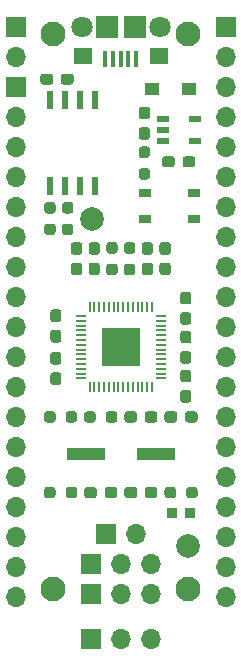
<source format=gts>
%TF.GenerationSoftware,KiCad,Pcbnew,(5.1.10)-1*%
%TF.CreationDate,2021-05-16T15:19:33-05:00*%
%TF.ProjectId,rpi-pico-debugger-shoe,7270692d-7069-4636-9f2d-646562756767,v01*%
%TF.SameCoordinates,Original*%
%TF.FileFunction,Soldermask,Top*%
%TF.FilePolarity,Negative*%
%FSLAX46Y46*%
G04 Gerber Fmt 4.6, Leading zero omitted, Abs format (unit mm)*
G04 Created by KiCad (PCBNEW (5.1.10)-1) date 2021-05-16 15:19:33*
%MOMM*%
%LPD*%
G01*
G04 APERTURE LIST*
%ADD10R,3.200400X1.041400*%
%ADD11R,1.041400X0.660400*%
%ADD12R,1.003300X0.508000*%
%ADD13R,0.580000X1.610000*%
%ADD14R,1.700000X1.700000*%
%ADD15O,1.700000X1.700000*%
%ADD16R,0.400000X1.350000*%
%ADD17R,1.600000X1.400000*%
%ADD18R,1.900000X1.900000*%
%ADD19C,1.800000*%
%ADD20R,3.200400X3.200400*%
%ADD21R,0.177800X0.812800*%
%ADD22R,0.812800X0.177800*%
%ADD23C,2.100000*%
%ADD24C,2.000000*%
%ADD25R,0.950000X0.950000*%
%ADD26R,1.143000X1.092200*%
G04 APERTURE END LIST*
D10*
%TO.C,Y1*%
X140459100Y-113500000D03*
X134540900Y-113500000D03*
%TD*%
D11*
%TO.C,SW1*%
X139525000Y-91475001D03*
X143675000Y-91475001D03*
X139525000Y-93624999D03*
X143675000Y-93624999D03*
%TD*%
D12*
%TO.C,U2*%
X143752550Y-85149999D03*
X143752550Y-87050001D03*
X141047450Y-87050001D03*
X141047450Y-86100000D03*
X141047450Y-85149999D03*
%TD*%
D13*
%TO.C,U3*%
X131495000Y-83595000D03*
X132765000Y-83595000D03*
X134035000Y-83595000D03*
X135305000Y-83595000D03*
X135305000Y-90805000D03*
X134035000Y-90805000D03*
X132765000Y-90805000D03*
X131495000Y-90805000D03*
%TD*%
D14*
%TO.C,J8*%
X128610000Y-77370000D03*
D15*
X128610000Y-79910000D03*
%TD*%
D14*
%TO.C,J7*%
X134960000Y-129210000D03*
D15*
X137500000Y-129210000D03*
X140040000Y-129210000D03*
%TD*%
D14*
%TO.C,J6*%
X134960000Y-125400000D03*
D15*
X137500000Y-125400000D03*
X140040000Y-125400000D03*
%TD*%
D14*
%TO.C,J5*%
X146390000Y-77370000D03*
D15*
X146390000Y-79910000D03*
X146390000Y-82450000D03*
X146390000Y-84990000D03*
X146390000Y-87530000D03*
X146390000Y-90070000D03*
X146390000Y-92610000D03*
X146390000Y-95150000D03*
X146390000Y-97690000D03*
X146390000Y-100230000D03*
X146390000Y-102770000D03*
X146390000Y-105310000D03*
X146390000Y-107850000D03*
X146390000Y-110390000D03*
X146390000Y-112930000D03*
X146390000Y-115470000D03*
X146390000Y-118010000D03*
X146390000Y-120550000D03*
X146390000Y-123090000D03*
X146390000Y-125630000D03*
%TD*%
D14*
%TO.C,J4*%
X128610000Y-82450000D03*
D15*
X128610000Y-84990000D03*
X128610000Y-87530000D03*
X128610000Y-90070000D03*
X128610000Y-92610000D03*
X128610000Y-95150000D03*
X128610000Y-97690000D03*
X128610000Y-100230000D03*
X128610000Y-102770000D03*
X128610000Y-105310000D03*
X128610000Y-107850000D03*
X128610000Y-110390000D03*
X128610000Y-112930000D03*
X128610000Y-115470000D03*
X128610000Y-118010000D03*
X128610000Y-120550000D03*
X128610000Y-123090000D03*
X128610000Y-125630000D03*
%TD*%
D14*
%TO.C,J3*%
X134960000Y-122860000D03*
D15*
X137500000Y-122860000D03*
X140040000Y-122860000D03*
%TD*%
D14*
%TO.C,J2*%
X136230000Y-120320000D03*
D15*
X138770000Y-120320000D03*
%TD*%
D16*
%TO.C,J1*%
X138800000Y-80075000D03*
X138150000Y-80075000D03*
X137500000Y-80075000D03*
X136850000Y-80075000D03*
X136200000Y-80075000D03*
D17*
X140700000Y-79850000D03*
X134300000Y-79850000D03*
D18*
X138700000Y-77400000D03*
X136300000Y-77400000D03*
D19*
X140800000Y-77400000D03*
X134200000Y-77400000D03*
%TD*%
D20*
%TO.C,U1*%
X137500000Y-104500000D03*
D21*
X134858400Y-101096400D03*
X135264800Y-101096400D03*
X135671200Y-101096400D03*
X136077600Y-101096400D03*
X136484000Y-101096400D03*
X136890400Y-101096400D03*
X137296800Y-101096400D03*
X137703200Y-101096400D03*
X138109600Y-101096400D03*
X138516000Y-101096400D03*
X138922400Y-101096400D03*
X139328800Y-101096400D03*
X139735200Y-101096400D03*
X140141600Y-101096400D03*
D22*
X140903600Y-101858400D03*
X140903600Y-102264800D03*
X140903600Y-102671200D03*
X140903600Y-103077600D03*
X140903600Y-103484000D03*
X140903600Y-103890400D03*
X140903600Y-104296800D03*
X140903600Y-104703200D03*
X140903600Y-105109600D03*
X140903600Y-105516000D03*
X140903600Y-105922400D03*
X140903600Y-106328800D03*
X140903600Y-106735200D03*
X140903600Y-107141600D03*
D21*
X140141600Y-107903600D03*
X139735200Y-107903600D03*
X139328800Y-107903600D03*
X138922400Y-107903600D03*
X138516000Y-107903600D03*
X138109600Y-107903600D03*
X137703200Y-107903600D03*
X137296800Y-107903600D03*
X136890400Y-107903600D03*
X136484000Y-107903600D03*
X136077600Y-107903600D03*
X135671200Y-107903600D03*
X135264800Y-107903600D03*
X134858400Y-107903600D03*
D22*
X134096400Y-107141600D03*
X134096400Y-106735200D03*
X134096400Y-106328800D03*
X134096400Y-105922400D03*
X134096400Y-105516000D03*
X134096400Y-105109600D03*
X134096400Y-104703200D03*
X134096400Y-104296800D03*
X134096400Y-103890400D03*
X134096400Y-103484000D03*
X134096400Y-103077600D03*
X134096400Y-102671200D03*
X134096400Y-102264800D03*
X134096400Y-101858400D03*
%TD*%
%TO.C,R4*%
G36*
G01*
X136512500Y-97425000D02*
X136987500Y-97425000D01*
G75*
G02*
X137225000Y-97662500I0J-237500D01*
G01*
X137225000Y-98162500D01*
G75*
G02*
X136987500Y-98400000I-237500J0D01*
G01*
X136512500Y-98400000D01*
G75*
G02*
X136275000Y-98162500I0J237500D01*
G01*
X136275000Y-97662500D01*
G75*
G02*
X136512500Y-97425000I237500J0D01*
G01*
G37*
G36*
G01*
X136512500Y-95600000D02*
X136987500Y-95600000D01*
G75*
G02*
X137225000Y-95837500I0J-237500D01*
G01*
X137225000Y-96337500D01*
G75*
G02*
X136987500Y-96575000I-237500J0D01*
G01*
X136512500Y-96575000D01*
G75*
G02*
X136275000Y-96337500I0J237500D01*
G01*
X136275000Y-95837500D01*
G75*
G02*
X136512500Y-95600000I237500J0D01*
G01*
G37*
%TD*%
D23*
%TO.C,H1*%
X131800000Y-78000000D03*
%TD*%
%TO.C,H4*%
X143200000Y-125000000D03*
%TD*%
%TO.C,H3*%
X131800000Y-125000000D03*
%TD*%
%TO.C,H2*%
X143200000Y-78000000D03*
%TD*%
D24*
%TO.C,FID2*%
X143200000Y-121300000D03*
%TD*%
%TO.C,FID1*%
X135100000Y-93600000D03*
%TD*%
%TO.C,R9*%
G36*
G01*
X133237500Y-93175000D02*
X132762500Y-93175000D01*
G75*
G02*
X132525000Y-92937500I0J237500D01*
G01*
X132525000Y-92437500D01*
G75*
G02*
X132762500Y-92200000I237500J0D01*
G01*
X133237500Y-92200000D01*
G75*
G02*
X133475000Y-92437500I0J-237500D01*
G01*
X133475000Y-92937500D01*
G75*
G02*
X133237500Y-93175000I-237500J0D01*
G01*
G37*
G36*
G01*
X133237500Y-95000000D02*
X132762500Y-95000000D01*
G75*
G02*
X132525000Y-94762500I0J237500D01*
G01*
X132525000Y-94262500D01*
G75*
G02*
X132762500Y-94025000I237500J0D01*
G01*
X133237500Y-94025000D01*
G75*
G02*
X133475000Y-94262500I0J-237500D01*
G01*
X133475000Y-94762500D01*
G75*
G02*
X133237500Y-95000000I-237500J0D01*
G01*
G37*
%TD*%
%TO.C,R8*%
G36*
G01*
X131262500Y-94025000D02*
X131737500Y-94025000D01*
G75*
G02*
X131975000Y-94262500I0J-237500D01*
G01*
X131975000Y-94762500D01*
G75*
G02*
X131737500Y-95000000I-237500J0D01*
G01*
X131262500Y-95000000D01*
G75*
G02*
X131025000Y-94762500I0J237500D01*
G01*
X131025000Y-94262500D01*
G75*
G02*
X131262500Y-94025000I237500J0D01*
G01*
G37*
G36*
G01*
X131262500Y-92200000D02*
X131737500Y-92200000D01*
G75*
G02*
X131975000Y-92437500I0J-237500D01*
G01*
X131975000Y-92937500D01*
G75*
G02*
X131737500Y-93175000I-237500J0D01*
G01*
X131262500Y-93175000D01*
G75*
G02*
X131025000Y-92937500I0J237500D01*
G01*
X131025000Y-92437500D01*
G75*
G02*
X131262500Y-92200000I237500J0D01*
G01*
G37*
%TD*%
%TO.C,R7*%
G36*
G01*
X136225000Y-110637500D02*
X136225000Y-110162500D01*
G75*
G02*
X136462500Y-109925000I237500J0D01*
G01*
X136962500Y-109925000D01*
G75*
G02*
X137200000Y-110162500I0J-237500D01*
G01*
X137200000Y-110637500D01*
G75*
G02*
X136962500Y-110875000I-237500J0D01*
G01*
X136462500Y-110875000D01*
G75*
G02*
X136225000Y-110637500I0J237500D01*
G01*
G37*
G36*
G01*
X134400000Y-110637500D02*
X134400000Y-110162500D01*
G75*
G02*
X134637500Y-109925000I237500J0D01*
G01*
X135137500Y-109925000D01*
G75*
G02*
X135375000Y-110162500I0J-237500D01*
G01*
X135375000Y-110637500D01*
G75*
G02*
X135137500Y-110875000I-237500J0D01*
G01*
X134637500Y-110875000D01*
G75*
G02*
X134400000Y-110637500I0J237500D01*
G01*
G37*
%TD*%
%TO.C,R6*%
G36*
G01*
X131975000Y-110162500D02*
X131975000Y-110637500D01*
G75*
G02*
X131737500Y-110875000I-237500J0D01*
G01*
X131237500Y-110875000D01*
G75*
G02*
X131000000Y-110637500I0J237500D01*
G01*
X131000000Y-110162500D01*
G75*
G02*
X131237500Y-109925000I237500J0D01*
G01*
X131737500Y-109925000D01*
G75*
G02*
X131975000Y-110162500I0J-237500D01*
G01*
G37*
G36*
G01*
X133800000Y-110162500D02*
X133800000Y-110637500D01*
G75*
G02*
X133562500Y-110875000I-237500J0D01*
G01*
X133062500Y-110875000D01*
G75*
G02*
X132825000Y-110637500I0J237500D01*
G01*
X132825000Y-110162500D01*
G75*
G02*
X133062500Y-109925000I237500J0D01*
G01*
X133562500Y-109925000D01*
G75*
G02*
X133800000Y-110162500I0J-237500D01*
G01*
G37*
%TD*%
%TO.C,R5*%
G36*
G01*
X138012500Y-97425000D02*
X138487500Y-97425000D01*
G75*
G02*
X138725000Y-97662500I0J-237500D01*
G01*
X138725000Y-98162500D01*
G75*
G02*
X138487500Y-98400000I-237500J0D01*
G01*
X138012500Y-98400000D01*
G75*
G02*
X137775000Y-98162500I0J237500D01*
G01*
X137775000Y-97662500D01*
G75*
G02*
X138012500Y-97425000I237500J0D01*
G01*
G37*
G36*
G01*
X138012500Y-95600000D02*
X138487500Y-95600000D01*
G75*
G02*
X138725000Y-95837500I0J-237500D01*
G01*
X138725000Y-96337500D01*
G75*
G02*
X138487500Y-96575000I-237500J0D01*
G01*
X138012500Y-96575000D01*
G75*
G02*
X137775000Y-96337500I0J237500D01*
G01*
X137775000Y-95837500D01*
G75*
G02*
X138012500Y-95600000I237500J0D01*
G01*
G37*
%TD*%
%TO.C,R3*%
G36*
G01*
X139262500Y-89325000D02*
X139737500Y-89325000D01*
G75*
G02*
X139975000Y-89562500I0J-237500D01*
G01*
X139975000Y-90062500D01*
G75*
G02*
X139737500Y-90300000I-237500J0D01*
G01*
X139262500Y-90300000D01*
G75*
G02*
X139025000Y-90062500I0J237500D01*
G01*
X139025000Y-89562500D01*
G75*
G02*
X139262500Y-89325000I237500J0D01*
G01*
G37*
G36*
G01*
X139262500Y-87500000D02*
X139737500Y-87500000D01*
G75*
G02*
X139975000Y-87737500I0J-237500D01*
G01*
X139975000Y-88237500D01*
G75*
G02*
X139737500Y-88475000I-237500J0D01*
G01*
X139262500Y-88475000D01*
G75*
G02*
X139025000Y-88237500I0J237500D01*
G01*
X139025000Y-87737500D01*
G75*
G02*
X139262500Y-87500000I237500J0D01*
G01*
G37*
%TD*%
%TO.C,R2*%
G36*
G01*
X142175000Y-116562500D02*
X142175000Y-117037500D01*
G75*
G02*
X141937500Y-117275000I-237500J0D01*
G01*
X141437500Y-117275000D01*
G75*
G02*
X141200000Y-117037500I0J237500D01*
G01*
X141200000Y-116562500D01*
G75*
G02*
X141437500Y-116325000I237500J0D01*
G01*
X141937500Y-116325000D01*
G75*
G02*
X142175000Y-116562500I0J-237500D01*
G01*
G37*
G36*
G01*
X144000000Y-116562500D02*
X144000000Y-117037500D01*
G75*
G02*
X143762500Y-117275000I-237500J0D01*
G01*
X143262500Y-117275000D01*
G75*
G02*
X143025000Y-117037500I0J237500D01*
G01*
X143025000Y-116562500D01*
G75*
G02*
X143262500Y-116325000I237500J0D01*
G01*
X143762500Y-116325000D01*
G75*
G02*
X144000000Y-116562500I0J-237500D01*
G01*
G37*
%TD*%
%TO.C,R1*%
G36*
G01*
X132825000Y-117037500D02*
X132825000Y-116562500D01*
G75*
G02*
X133062500Y-116325000I237500J0D01*
G01*
X133562500Y-116325000D01*
G75*
G02*
X133800000Y-116562500I0J-237500D01*
G01*
X133800000Y-117037500D01*
G75*
G02*
X133562500Y-117275000I-237500J0D01*
G01*
X133062500Y-117275000D01*
G75*
G02*
X132825000Y-117037500I0J237500D01*
G01*
G37*
G36*
G01*
X131000000Y-117037500D02*
X131000000Y-116562500D01*
G75*
G02*
X131237500Y-116325000I237500J0D01*
G01*
X131737500Y-116325000D01*
G75*
G02*
X131975000Y-116562500I0J-237500D01*
G01*
X131975000Y-117037500D01*
G75*
G02*
X131737500Y-117275000I-237500J0D01*
G01*
X131237500Y-117275000D01*
G75*
G02*
X131000000Y-117037500I0J237500D01*
G01*
G37*
%TD*%
D25*
%TO.C,LED1*%
X141850000Y-118500000D03*
X143350000Y-118500000D03*
%TD*%
D26*
%TO.C,CR1*%
X140163300Y-82600000D03*
X143236700Y-82600000D03*
%TD*%
%TO.C,C16*%
G36*
G01*
X132425000Y-82037500D02*
X132425000Y-81562500D01*
G75*
G02*
X132662500Y-81325000I237500J0D01*
G01*
X133262500Y-81325000D01*
G75*
G02*
X133500000Y-81562500I0J-237500D01*
G01*
X133500000Y-82037500D01*
G75*
G02*
X133262500Y-82275000I-237500J0D01*
G01*
X132662500Y-82275000D01*
G75*
G02*
X132425000Y-82037500I0J237500D01*
G01*
G37*
G36*
G01*
X130700000Y-82037500D02*
X130700000Y-81562500D01*
G75*
G02*
X130937500Y-81325000I237500J0D01*
G01*
X131537500Y-81325000D01*
G75*
G02*
X131775000Y-81562500I0J-237500D01*
G01*
X131775000Y-82037500D01*
G75*
G02*
X131537500Y-82275000I-237500J0D01*
G01*
X130937500Y-82275000D01*
G75*
G02*
X130700000Y-82037500I0J237500D01*
G01*
G37*
%TD*%
%TO.C,C15*%
G36*
G01*
X138875000Y-116562500D02*
X138875000Y-117037500D01*
G75*
G02*
X138637500Y-117275000I-237500J0D01*
G01*
X138037500Y-117275000D01*
G75*
G02*
X137800000Y-117037500I0J237500D01*
G01*
X137800000Y-116562500D01*
G75*
G02*
X138037500Y-116325000I237500J0D01*
G01*
X138637500Y-116325000D01*
G75*
G02*
X138875000Y-116562500I0J-237500D01*
G01*
G37*
G36*
G01*
X140600000Y-116562500D02*
X140600000Y-117037500D01*
G75*
G02*
X140362500Y-117275000I-237500J0D01*
G01*
X139762500Y-117275000D01*
G75*
G02*
X139525000Y-117037500I0J237500D01*
G01*
X139525000Y-116562500D01*
G75*
G02*
X139762500Y-116325000I237500J0D01*
G01*
X140362500Y-116325000D01*
G75*
G02*
X140600000Y-116562500I0J-237500D01*
G01*
G37*
%TD*%
%TO.C,C14*%
G36*
G01*
X142075000Y-88562500D02*
X142075000Y-89037500D01*
G75*
G02*
X141837500Y-89275000I-237500J0D01*
G01*
X141237500Y-89275000D01*
G75*
G02*
X141000000Y-89037500I0J237500D01*
G01*
X141000000Y-88562500D01*
G75*
G02*
X141237500Y-88325000I237500J0D01*
G01*
X141837500Y-88325000D01*
G75*
G02*
X142075000Y-88562500I0J-237500D01*
G01*
G37*
G36*
G01*
X143800000Y-88562500D02*
X143800000Y-89037500D01*
G75*
G02*
X143562500Y-89275000I-237500J0D01*
G01*
X142962500Y-89275000D01*
G75*
G02*
X142725000Y-89037500I0J237500D01*
G01*
X142725000Y-88562500D01*
G75*
G02*
X142962500Y-88325000I237500J0D01*
G01*
X143562500Y-88325000D01*
G75*
G02*
X143800000Y-88562500I0J-237500D01*
G01*
G37*
%TD*%
%TO.C,C13*%
G36*
G01*
X136125000Y-117037500D02*
X136125000Y-116562500D01*
G75*
G02*
X136362500Y-116325000I237500J0D01*
G01*
X136962500Y-116325000D01*
G75*
G02*
X137200000Y-116562500I0J-237500D01*
G01*
X137200000Y-117037500D01*
G75*
G02*
X136962500Y-117275000I-237500J0D01*
G01*
X136362500Y-117275000D01*
G75*
G02*
X136125000Y-117037500I0J237500D01*
G01*
G37*
G36*
G01*
X134400000Y-117037500D02*
X134400000Y-116562500D01*
G75*
G02*
X134637500Y-116325000I237500J0D01*
G01*
X135237500Y-116325000D01*
G75*
G02*
X135475000Y-116562500I0J-237500D01*
G01*
X135475000Y-117037500D01*
G75*
G02*
X135237500Y-117275000I-237500J0D01*
G01*
X134637500Y-117275000D01*
G75*
G02*
X134400000Y-117037500I0J237500D01*
G01*
G37*
%TD*%
%TO.C,C12*%
G36*
G01*
X139987500Y-96675000D02*
X139512500Y-96675000D01*
G75*
G02*
X139275000Y-96437500I0J237500D01*
G01*
X139275000Y-95837500D01*
G75*
G02*
X139512500Y-95600000I237500J0D01*
G01*
X139987500Y-95600000D01*
G75*
G02*
X140225000Y-95837500I0J-237500D01*
G01*
X140225000Y-96437500D01*
G75*
G02*
X139987500Y-96675000I-237500J0D01*
G01*
G37*
G36*
G01*
X139987500Y-98400000D02*
X139512500Y-98400000D01*
G75*
G02*
X139275000Y-98162500I0J237500D01*
G01*
X139275000Y-97562500D01*
G75*
G02*
X139512500Y-97325000I237500J0D01*
G01*
X139987500Y-97325000D01*
G75*
G02*
X140225000Y-97562500I0J-237500D01*
G01*
X140225000Y-98162500D01*
G75*
G02*
X139987500Y-98400000I-237500J0D01*
G01*
G37*
%TD*%
%TO.C,C11*%
G36*
G01*
X142925000Y-110637500D02*
X142925000Y-110162500D01*
G75*
G02*
X143162500Y-109925000I237500J0D01*
G01*
X143762500Y-109925000D01*
G75*
G02*
X144000000Y-110162500I0J-237500D01*
G01*
X144000000Y-110637500D01*
G75*
G02*
X143762500Y-110875000I-237500J0D01*
G01*
X143162500Y-110875000D01*
G75*
G02*
X142925000Y-110637500I0J237500D01*
G01*
G37*
G36*
G01*
X141200000Y-110637500D02*
X141200000Y-110162500D01*
G75*
G02*
X141437500Y-109925000I237500J0D01*
G01*
X142037500Y-109925000D01*
G75*
G02*
X142275000Y-110162500I0J-237500D01*
G01*
X142275000Y-110637500D01*
G75*
G02*
X142037500Y-110875000I-237500J0D01*
G01*
X141437500Y-110875000D01*
G75*
G02*
X141200000Y-110637500I0J237500D01*
G01*
G37*
%TD*%
%TO.C,C10*%
G36*
G01*
X141487500Y-96675000D02*
X141012500Y-96675000D01*
G75*
G02*
X140775000Y-96437500I0J237500D01*
G01*
X140775000Y-95837500D01*
G75*
G02*
X141012500Y-95600000I237500J0D01*
G01*
X141487500Y-95600000D01*
G75*
G02*
X141725000Y-95837500I0J-237500D01*
G01*
X141725000Y-96437500D01*
G75*
G02*
X141487500Y-96675000I-237500J0D01*
G01*
G37*
G36*
G01*
X141487500Y-98400000D02*
X141012500Y-98400000D01*
G75*
G02*
X140775000Y-98162500I0J237500D01*
G01*
X140775000Y-97562500D01*
G75*
G02*
X141012500Y-97325000I237500J0D01*
G01*
X141487500Y-97325000D01*
G75*
G02*
X141725000Y-97562500I0J-237500D01*
G01*
X141725000Y-98162500D01*
G75*
G02*
X141487500Y-98400000I-237500J0D01*
G01*
G37*
%TD*%
%TO.C,C9*%
G36*
G01*
X133987500Y-96675000D02*
X133512500Y-96675000D01*
G75*
G02*
X133275000Y-96437500I0J237500D01*
G01*
X133275000Y-95837500D01*
G75*
G02*
X133512500Y-95600000I237500J0D01*
G01*
X133987500Y-95600000D01*
G75*
G02*
X134225000Y-95837500I0J-237500D01*
G01*
X134225000Y-96437500D01*
G75*
G02*
X133987500Y-96675000I-237500J0D01*
G01*
G37*
G36*
G01*
X133987500Y-98400000D02*
X133512500Y-98400000D01*
G75*
G02*
X133275000Y-98162500I0J237500D01*
G01*
X133275000Y-97562500D01*
G75*
G02*
X133512500Y-97325000I237500J0D01*
G01*
X133987500Y-97325000D01*
G75*
G02*
X134225000Y-97562500I0J-237500D01*
G01*
X134225000Y-98162500D01*
G75*
G02*
X133987500Y-98400000I-237500J0D01*
G01*
G37*
%TD*%
%TO.C,C8*%
G36*
G01*
X142762500Y-101525000D02*
X143237500Y-101525000D01*
G75*
G02*
X143475000Y-101762500I0J-237500D01*
G01*
X143475000Y-102362500D01*
G75*
G02*
X143237500Y-102600000I-237500J0D01*
G01*
X142762500Y-102600000D01*
G75*
G02*
X142525000Y-102362500I0J237500D01*
G01*
X142525000Y-101762500D01*
G75*
G02*
X142762500Y-101525000I237500J0D01*
G01*
G37*
G36*
G01*
X142762500Y-99800000D02*
X143237500Y-99800000D01*
G75*
G02*
X143475000Y-100037500I0J-237500D01*
G01*
X143475000Y-100637500D01*
G75*
G02*
X143237500Y-100875000I-237500J0D01*
G01*
X142762500Y-100875000D01*
G75*
G02*
X142525000Y-100637500I0J237500D01*
G01*
X142525000Y-100037500D01*
G75*
G02*
X142762500Y-99800000I237500J0D01*
G01*
G37*
%TD*%
%TO.C,C7*%
G36*
G01*
X142762500Y-104825000D02*
X143237500Y-104825000D01*
G75*
G02*
X143475000Y-105062500I0J-237500D01*
G01*
X143475000Y-105662500D01*
G75*
G02*
X143237500Y-105900000I-237500J0D01*
G01*
X142762500Y-105900000D01*
G75*
G02*
X142525000Y-105662500I0J237500D01*
G01*
X142525000Y-105062500D01*
G75*
G02*
X142762500Y-104825000I237500J0D01*
G01*
G37*
G36*
G01*
X142762500Y-103100000D02*
X143237500Y-103100000D01*
G75*
G02*
X143475000Y-103337500I0J-237500D01*
G01*
X143475000Y-103937500D01*
G75*
G02*
X143237500Y-104175000I-237500J0D01*
G01*
X142762500Y-104175000D01*
G75*
G02*
X142525000Y-103937500I0J237500D01*
G01*
X142525000Y-103337500D01*
G75*
G02*
X142762500Y-103100000I237500J0D01*
G01*
G37*
%TD*%
%TO.C,C6*%
G36*
G01*
X139737500Y-85212500D02*
X139262500Y-85212500D01*
G75*
G02*
X139025000Y-84975000I0J237500D01*
G01*
X139025000Y-84375000D01*
G75*
G02*
X139262500Y-84137500I237500J0D01*
G01*
X139737500Y-84137500D01*
G75*
G02*
X139975000Y-84375000I0J-237500D01*
G01*
X139975000Y-84975000D01*
G75*
G02*
X139737500Y-85212500I-237500J0D01*
G01*
G37*
G36*
G01*
X139737500Y-86937500D02*
X139262500Y-86937500D01*
G75*
G02*
X139025000Y-86700000I0J237500D01*
G01*
X139025000Y-86100000D01*
G75*
G02*
X139262500Y-85862500I237500J0D01*
G01*
X139737500Y-85862500D01*
G75*
G02*
X139975000Y-86100000I0J-237500D01*
G01*
X139975000Y-86700000D01*
G75*
G02*
X139737500Y-86937500I-237500J0D01*
G01*
G37*
%TD*%
%TO.C,C5*%
G36*
G01*
X142762500Y-108125000D02*
X143237500Y-108125000D01*
G75*
G02*
X143475000Y-108362500I0J-237500D01*
G01*
X143475000Y-108962500D01*
G75*
G02*
X143237500Y-109200000I-237500J0D01*
G01*
X142762500Y-109200000D01*
G75*
G02*
X142525000Y-108962500I0J237500D01*
G01*
X142525000Y-108362500D01*
G75*
G02*
X142762500Y-108125000I237500J0D01*
G01*
G37*
G36*
G01*
X142762500Y-106400000D02*
X143237500Y-106400000D01*
G75*
G02*
X143475000Y-106637500I0J-237500D01*
G01*
X143475000Y-107237500D01*
G75*
G02*
X143237500Y-107475000I-237500J0D01*
G01*
X142762500Y-107475000D01*
G75*
G02*
X142525000Y-107237500I0J237500D01*
G01*
X142525000Y-106637500D01*
G75*
G02*
X142762500Y-106400000I237500J0D01*
G01*
G37*
%TD*%
%TO.C,C4*%
G36*
G01*
X139525000Y-110637500D02*
X139525000Y-110162500D01*
G75*
G02*
X139762500Y-109925000I237500J0D01*
G01*
X140362500Y-109925000D01*
G75*
G02*
X140600000Y-110162500I0J-237500D01*
G01*
X140600000Y-110637500D01*
G75*
G02*
X140362500Y-110875000I-237500J0D01*
G01*
X139762500Y-110875000D01*
G75*
G02*
X139525000Y-110637500I0J237500D01*
G01*
G37*
G36*
G01*
X137800000Y-110637500D02*
X137800000Y-110162500D01*
G75*
G02*
X138037500Y-109925000I237500J0D01*
G01*
X138637500Y-109925000D01*
G75*
G02*
X138875000Y-110162500I0J-237500D01*
G01*
X138875000Y-110637500D01*
G75*
G02*
X138637500Y-110875000I-237500J0D01*
G01*
X138037500Y-110875000D01*
G75*
G02*
X137800000Y-110637500I0J237500D01*
G01*
G37*
%TD*%
%TO.C,C3*%
G36*
G01*
X131762500Y-106625000D02*
X132237500Y-106625000D01*
G75*
G02*
X132475000Y-106862500I0J-237500D01*
G01*
X132475000Y-107462500D01*
G75*
G02*
X132237500Y-107700000I-237500J0D01*
G01*
X131762500Y-107700000D01*
G75*
G02*
X131525000Y-107462500I0J237500D01*
G01*
X131525000Y-106862500D01*
G75*
G02*
X131762500Y-106625000I237500J0D01*
G01*
G37*
G36*
G01*
X131762500Y-104900000D02*
X132237500Y-104900000D01*
G75*
G02*
X132475000Y-105137500I0J-237500D01*
G01*
X132475000Y-105737500D01*
G75*
G02*
X132237500Y-105975000I-237500J0D01*
G01*
X131762500Y-105975000D01*
G75*
G02*
X131525000Y-105737500I0J237500D01*
G01*
X131525000Y-105137500D01*
G75*
G02*
X131762500Y-104900000I237500J0D01*
G01*
G37*
%TD*%
%TO.C,C2*%
G36*
G01*
X131762500Y-103025000D02*
X132237500Y-103025000D01*
G75*
G02*
X132475000Y-103262500I0J-237500D01*
G01*
X132475000Y-103862500D01*
G75*
G02*
X132237500Y-104100000I-237500J0D01*
G01*
X131762500Y-104100000D01*
G75*
G02*
X131525000Y-103862500I0J237500D01*
G01*
X131525000Y-103262500D01*
G75*
G02*
X131762500Y-103025000I237500J0D01*
G01*
G37*
G36*
G01*
X131762500Y-101300000D02*
X132237500Y-101300000D01*
G75*
G02*
X132475000Y-101537500I0J-237500D01*
G01*
X132475000Y-102137500D01*
G75*
G02*
X132237500Y-102375000I-237500J0D01*
G01*
X131762500Y-102375000D01*
G75*
G02*
X131525000Y-102137500I0J237500D01*
G01*
X131525000Y-101537500D01*
G75*
G02*
X131762500Y-101300000I237500J0D01*
G01*
G37*
%TD*%
%TO.C,C1*%
G36*
G01*
X135487500Y-96675000D02*
X135012500Y-96675000D01*
G75*
G02*
X134775000Y-96437500I0J237500D01*
G01*
X134775000Y-95837500D01*
G75*
G02*
X135012500Y-95600000I237500J0D01*
G01*
X135487500Y-95600000D01*
G75*
G02*
X135725000Y-95837500I0J-237500D01*
G01*
X135725000Y-96437500D01*
G75*
G02*
X135487500Y-96675000I-237500J0D01*
G01*
G37*
G36*
G01*
X135487500Y-98400000D02*
X135012500Y-98400000D01*
G75*
G02*
X134775000Y-98162500I0J237500D01*
G01*
X134775000Y-97562500D01*
G75*
G02*
X135012500Y-97325000I237500J0D01*
G01*
X135487500Y-97325000D01*
G75*
G02*
X135725000Y-97562500I0J-237500D01*
G01*
X135725000Y-98162500D01*
G75*
G02*
X135487500Y-98400000I-237500J0D01*
G01*
G37*
%TD*%
M02*

</source>
